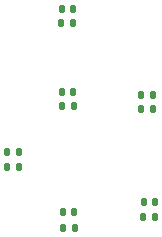
<source format=gbr>
%TF.GenerationSoftware,KiCad,Pcbnew,8.0.2-1*%
%TF.CreationDate,2024-11-11T18:57:46+10:00*%
%TF.ProjectId,ae_emblem_led_pcb,61655f65-6d62-46c6-956d-5f6c65645f70,rev?*%
%TF.SameCoordinates,Original*%
%TF.FileFunction,Paste,Top*%
%TF.FilePolarity,Positive*%
%FSLAX46Y46*%
G04 Gerber Fmt 4.6, Leading zero omitted, Abs format (unit mm)*
G04 Created by KiCad (PCBNEW 8.0.2-1) date 2024-11-11 18:57:46*
%MOMM*%
%LPD*%
G01*
G04 APERTURE LIST*
G04 Aperture macros list*
%AMRoundRect*
0 Rectangle with rounded corners*
0 $1 Rounding radius*
0 $2 $3 $4 $5 $6 $7 $8 $9 X,Y pos of 4 corners*
0 Add a 4 corners polygon primitive as box body*
4,1,4,$2,$3,$4,$5,$6,$7,$8,$9,$2,$3,0*
0 Add four circle primitives for the rounded corners*
1,1,$1+$1,$2,$3*
1,1,$1+$1,$4,$5*
1,1,$1+$1,$6,$7*
1,1,$1+$1,$8,$9*
0 Add four rect primitives between the rounded corners*
20,1,$1+$1,$2,$3,$4,$5,0*
20,1,$1+$1,$4,$5,$6,$7,0*
20,1,$1+$1,$6,$7,$8,$9,0*
20,1,$1+$1,$8,$9,$2,$3,0*%
G04 Aperture macros list end*
%ADD10RoundRect,0.147500X-0.147500X-0.172500X0.147500X-0.172500X0.147500X0.172500X-0.147500X0.172500X0*%
%ADD11RoundRect,0.135000X-0.135000X-0.185000X0.135000X-0.185000X0.135000X0.185000X-0.135000X0.185000X0*%
G04 APERTURE END LIST*
D10*
%TO.C,D5*%
X151255000Y-80550000D03*
X152225000Y-80550000D03*
%TD*%
D11*
%TO.C,R5*%
X151230000Y-81750000D03*
X152250000Y-81750000D03*
%TD*%
D10*
%TO.C,D4*%
X144515000Y-73300000D03*
X145485000Y-73300000D03*
%TD*%
%TO.C,D1*%
X144615000Y-90500000D03*
X145585000Y-90500000D03*
%TD*%
%TO.C,D3*%
X144515000Y-80300000D03*
X145485000Y-80300000D03*
%TD*%
D11*
%TO.C,R2*%
X144515000Y-81500000D03*
X145535000Y-81500000D03*
%TD*%
D10*
%TO.C,D2*%
X139915000Y-85400000D03*
X140885000Y-85400000D03*
%TD*%
D11*
%TO.C,R4*%
X139890000Y-86700000D03*
X140910000Y-86700000D03*
%TD*%
%TO.C,R6*%
X151430000Y-90900000D03*
X152450000Y-90900000D03*
%TD*%
%TO.C,R1*%
X144590000Y-91800000D03*
X145610000Y-91800000D03*
%TD*%
%TO.C,R3*%
X144490000Y-74500000D03*
X145510000Y-74500000D03*
%TD*%
D10*
%TO.C,D6*%
X151455000Y-89600000D03*
X152425000Y-89600000D03*
%TD*%
M02*

</source>
